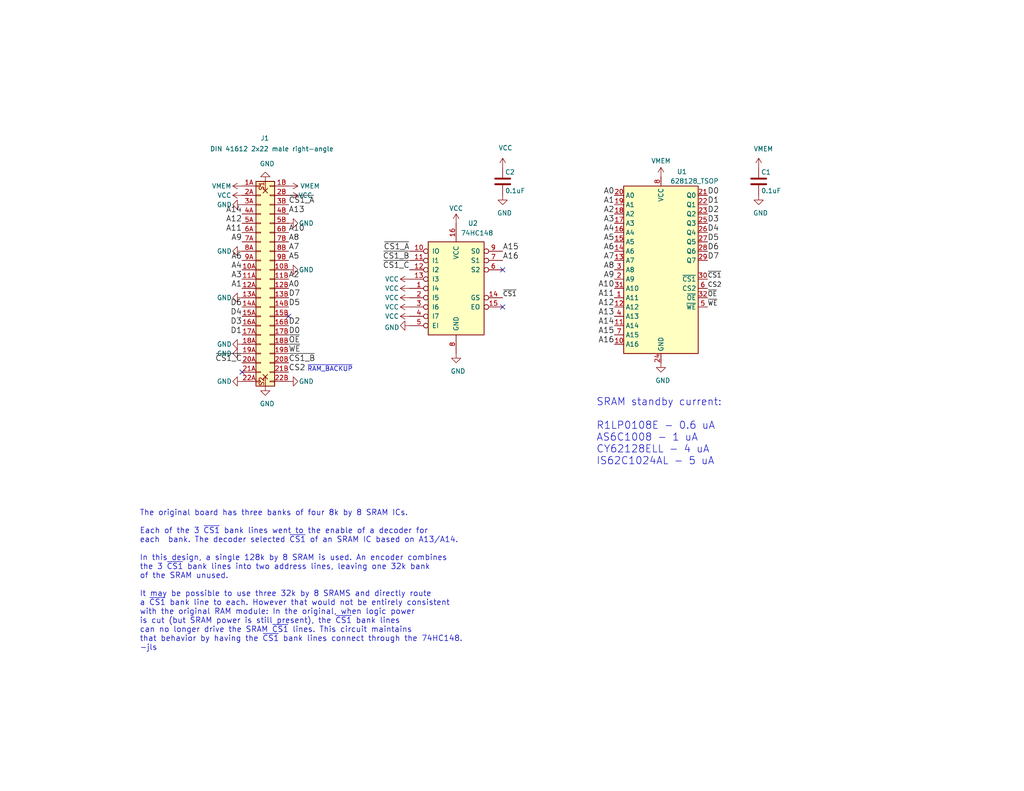
<source format=kicad_sch>
(kicad_sch (version 20211123) (generator eeschema)
  (paper "USLetter")
  (title_block (title "TANDY Model 600 96K SRAM Module") (date "2022-09-08") (rev "007") (company "Brian K. White - b.kenyon.w@gmail.com") (comment 1 "LICENSE: CC-BY-SA 4.0") (comment 2 "Originally based on Model600Sram_v1.1 by Jayeson Lee-Steer"))
  (lib_symbols
    (symbol "000_LOCAL:628128_TSOP"
      (property "Reference" "U" (at -10.16 23.495 0))
      (property "Value" "628128_TSOP" (at 2.54 23.495 0))
      (symbol "628128_TSOP_0_0"
        (pin power_in line (at 0 -25.4 90) (length 2.54) (name "GND") (number "24"))
        (pin power_in line (at 0 25.4 270) (length 2.54) (name "VCC") (number "8"))
      )
      (symbol "628128_TSOP_0_1"
        (rectangle (start -10.16 22.86) (end 10.16 -22.86) (stroke (width 0.254)) (fill (type background)))
      )
      (symbol "628128_TSOP_1_1"
        (pin input line (at -12.7 -7.62 0) (length 2.54) (name "A11") (number "1"))
        (pin input line (at -12.7 -20.32 0) (length 2.54) (name "A16") (number "10"))
        (pin input line (at -12.7 -15.24 0) (length 2.54) (name "A14") (number "11"))
        (pin input line (at -12.7 -10.16 0) (length 2.54) (name "A12") (number "12"))
        (pin input line (at -12.7 2.54 0) (length 2.54) (name "A7") (number "13"))
        (pin input line (at -12.7 5.08 0) (length 2.54) (name "A6") (number "14"))
        (pin input line (at -12.7 7.62 0) (length 2.54) (name "A5") (number "15"))
        (pin input line (at -12.7 10.16 0) (length 2.54) (name "A4") (number "16"))
        (pin input line (at -12.7 12.7 0) (length 2.54) (name "A3") (number "17"))
        (pin input line (at -12.7 15.24 0) (length 2.54) (name "A2") (number "18"))
        (pin input line (at -12.7 17.78 0) (length 2.54) (name "A1") (number "19"))
        (pin input line (at -12.7 -2.54 0) (length 2.54) (name "A9") (number "2"))
        (pin input line (at -12.7 20.32 0) (length 2.54) (name "A0") (number "20"))
        (pin tri_state line (at 12.7 20.32 180) (length 2.54) (name "Q0") (number "21"))
        (pin tri_state line (at 12.7 17.78 180) (length 2.54) (name "Q1") (number "22"))
        (pin tri_state line (at 12.7 15.24 180) (length 2.54) (name "Q2") (number "23"))
        (pin tri_state line (at 12.7 12.7 180) (length 2.54) (name "Q3") (number "25"))
        (pin tri_state line (at 12.7 10.16 180) (length 2.54) (name "Q4") (number "26"))
        (pin tri_state line (at 12.7 7.62 180) (length 2.54) (name "Q5") (number "27"))
        (pin tri_state line (at 12.7 5.08 180) (length 2.54) (name "Q6") (number "28"))
        (pin tri_state line (at 12.7 2.54 180) (length 2.54) (name "Q7") (number "29"))
        (pin input line (at -12.7 0 0) (length 2.54) (name "A8") (number "3"))
        (pin input line (at 12.7 -2.54 180) (length 2.54) (name "~{CS1}") (number "30"))
        (pin input line (at -12.7 -5.08 0) (length 2.54) (name "A10") (number "31"))
        (pin input line (at 12.7 -7.62 180) (length 2.54) (name "~{OE}") (number "32"))
        (pin input line (at -12.7 -12.7 0) (length 2.54) (name "A13") (number "4"))
        (pin input line (at 12.7 -10.16 180) (length 2.54) (name "~{WE}") (number "5"))
        (pin input line (at 12.7 -5.08 180) (length 2.54) (name "CS2") (number "6"))
        (pin input line (at -12.7 -17.78 0) (length 2.54) (name "A15") (number "7"))
        (pin no_connect line (at 10.16 -20.32 180) (length 2.54) hide (name "NC") (number "9"))
      )
    )
    (symbol "000_LOCAL:74HC148" (pin_names (offset 1.016))
      (property "Reference" "U" (at -7.62 13.97 0))
      (property "Value" "74HC148" (at -7.62 -13.97 0))
      (symbol "74HC148_1_0"
        (pin input inverted (at -12.7 0 0) (length 5.08) (name "I4") (number "1"))
        (pin input inverted (at -12.7 10.16 0) (length 5.08) (name "IO") (number "10"))
        (pin input inverted (at -12.7 7.62 0) (length 5.08) (name "I1") (number "11"))
        (pin input inverted (at -12.7 5.08 0) (length 5.08) (name "I2") (number "12"))
        (pin input inverted (at -12.7 2.54 0) (length 5.08) (name "I3") (number "13"))
        (pin output inverted (at 12.7 -2.54 180) (length 5.08) (name "GS") (number "14"))
        (pin output inverted (at 12.7 -5.08 180) (length 5.08) (name "EO") (number "15"))
        (pin power_in line (at 0 17.78 270) (length 5.08) (name "VCC") (number "16"))
        (pin input inverted (at -12.7 -2.54 0) (length 5.08) (name "I5") (number "2"))
        (pin input inverted (at -12.7 -5.08 0) (length 5.08) (name "I6") (number "3"))
        (pin input inverted (at -12.7 -7.62 0) (length 5.08) (name "I7") (number "4"))
        (pin input inverted (at -12.7 -10.16 0) (length 5.08) (name "EI") (number "5"))
        (pin output inverted (at 12.7 5.08 180) (length 5.08) (name "S2") (number "6"))
        (pin output inverted (at 12.7 7.62 180) (length 5.08) (name "S1") (number "7"))
        (pin power_in line (at 0 -17.78 90) (length 5.08) (name "GND") (number "8"))
        (pin output inverted (at 12.7 10.16 180) (length 5.08) (name "S0") (number "9"))
      )
      (symbol "74HC148_1_1"
        (rectangle (start -7.62 12.7) (end 7.62 -12.7) (stroke (width 0.254)) (fill (type background)))
      )
    )
    (symbol "000_LOCAL:C" (pin_numbers hide) (pin_names (offset 0.254))
      (property "Reference" "C" (at 0.635 2.54 0))
      (property "Value" "C" (at 0.635 -2.54 0))
      (symbol "C_0_1"
        (polyline (pts (xy -2.032 -0.762) (xy 2.032 -0.762)) (stroke (width 0.508)))
        (polyline (pts (xy -2.032 0.762) (xy 2.032 0.762)) (stroke (width 0.508)))
      )
      (symbol "C_1_1"
        (pin passive line (at 0 3.81 270) (length 2.794) (name "~") (number "1"))
        (pin passive line (at 0 -3.81 90) (length 2.794) (name "~") (number "2"))
      )
    )
    (symbol "000_LOCAL:DIN 41612 2x22 male right-angle" (pin_names (offset 1.016) hide)
      (property "Reference" "J" (at -2.7432 28.9052 0))
      (property "Value" "DIN 41612 2x22 male right-angle" (at 18.8468 28.8036 0))
      (symbol "DIN 41612 2x22 male right-angle_1_1"
        (rectangle (start -1.27 -27.813) (end 0 -28.067) (stroke (width 0.1524)))
        (rectangle (start -1.27 -25.273) (end 0 -25.527) (stroke (width 0.1524)))
        (rectangle (start -1.27 -22.733) (end 0 -22.987) (stroke (width 0.1524)))
        (rectangle (start -1.27 -20.193) (end 0 -20.447) (stroke (width 0.1524)))
        (rectangle (start -1.27 -17.653) (end 0 -17.907) (stroke (width 0.1524)))
        (rectangle (start -1.27 -15.113) (end 0 -15.367) (stroke (width 0.1524)))
        (rectangle (start -1.27 -12.573) (end 0 -12.827) (stroke (width 0.1524)))
        (rectangle (start -1.27 -10.033) (end 0 -10.287) (stroke (width 0.1524)))
        (rectangle (start -1.27 -7.493) (end 0 -7.747) (stroke (width 0.1524)))
        (rectangle (start -1.27 -4.953) (end 0 -5.207) (stroke (width 0.1524)))
        (rectangle (start -1.27 -2.413) (end 0 -2.667) (stroke (width 0.1524)))
        (rectangle (start -1.27 0.127) (end 0 -0.127) (stroke (width 0.1524)))
        (rectangle (start -1.27 2.667) (end 0 2.413) (stroke (width 0.1524)))
        (rectangle (start -1.27 5.207) (end 0 4.953) (stroke (width 0.1524)))
        (rectangle (start -1.27 7.747) (end 0 7.493) (stroke (width 0.1524)))
        (rectangle (start -1.27 10.287) (end 0 10.033) (stroke (width 0.1524)))
        (rectangle (start -1.27 12.827) (end 0 12.573) (stroke (width 0.1524)))
        (rectangle (start -1.27 15.367) (end 0 15.113) (stroke (width 0.1524)))
        (rectangle (start -1.27 17.907) (end 0 17.653) (stroke (width 0.1524)))
        (rectangle (start -1.27 20.447) (end 0 20.193) (stroke (width 0.1524)))
        (rectangle (start -1.27 22.987) (end 0 22.733) (stroke (width 0.1524)))
        (rectangle (start -1.27 25.527) (end 0 25.273) (stroke (width 0.1524)))
        (rectangle (start -1.27 26.67) (end 3.81 -29.21) (stroke (width 0.254)) (fill (type background)))
        (rectangle (start 3.81 -27.813) (end 2.54 -28.067) (stroke (width 0.1524)))
        (rectangle (start 3.81 -25.273) (end 2.54 -25.527) (stroke (width 0.1524)))
        (rectangle (start 3.81 -22.733) (end 2.54 -22.987) (stroke (width 0.1524)))
        (rectangle (start 3.81 -20.193) (end 2.54 -20.447) (stroke (width 0.1524)))
        (rectangle (start 3.81 -17.653) (end 2.54 -17.907) (stroke (width 0.1524)))
        (rectangle (start 3.81 -15.113) (end 2.54 -15.367) (stroke (width 0.1524)))
        (rectangle (start 3.81 -12.573) (end 2.54 -12.827) (stroke (width 0.1524)))
        (rectangle (start 3.81 -10.033) (end 2.54 -10.287) (stroke (width 0.1524)))
        (rectangle (start 3.81 -7.493) (end 2.54 -7.747) (stroke (width 0.1524)))
        (rectangle (start 3.81 -4.953) (end 2.54 -5.207) (stroke (width 0.1524)))
        (rectangle (start 3.81 -2.413) (end 2.54 -2.667) (stroke (width 0.1524)))
        (rectangle (start 3.81 0.127) (end 2.54 -0.127) (stroke (width 0.1524)))
        (rectangle (start 3.81 2.667) (end 2.54 2.413) (stroke (width 0.1524)))
        (rectangle (start 3.81 5.207) (end 2.54 4.953) (stroke (width 0.1524)))
        (rectangle (start 3.81 7.747) (end 2.54 7.493) (stroke (width 0.1524)))
        (rectangle (start 3.81 10.287) (end 2.54 10.033) (stroke (width 0.1524)))
        (rectangle (start 3.81 12.827) (end 2.54 12.573) (stroke (width 0.1524)))
        (rectangle (start 3.81 15.367) (end 2.54 15.113) (stroke (width 0.1524)))
        (rectangle (start 3.81 17.907) (end 2.54 17.653) (stroke (width 0.1524)))
        (rectangle (start 3.81 20.447) (end 2.54 20.193) (stroke (width 0.1524)))
        (rectangle (start 3.81 22.987) (end 2.54 22.733) (stroke (width 0.1524)))
        (rectangle (start 3.81 25.527) (end 2.54 25.273) (stroke (width 0.1524)))
        (pin passive line (at -5.08 2.54 0) (length 3.81) (name "10A") (number "10A"))
        (pin passive line (at 7.62 2.54 180) (length 3.81) (name "10B") (number "10B"))
        (pin passive line (at -5.08 0 0) (length 3.81) (name "11A") (number "11A"))
        (pin passive line (at 7.62 0 180) (length 3.81) (name "11B") (number "11B"))
        (pin passive line (at -5.08 -2.54 0) (length 3.81) (name "12A") (number "12A"))
        (pin passive line (at 7.62 -2.54 180) (length 3.81) (name "12B") (number "12B"))
        (pin passive line (at -5.08 -5.08 0) (length 3.81) (name "13A") (number "13A"))
        (pin passive line (at 7.62 -5.08 180) (length 3.81) (name "13B") (number "13B"))
        (pin passive line (at -5.08 -7.62 0) (length 3.81) (name "14A") (number "14A"))
        (pin passive line (at 7.62 -7.62 180) (length 3.81) (name "14B") (number "14B"))
        (pin passive line (at -5.08 -10.16 0) (length 3.81) (name "15A") (number "15A"))
        (pin passive line (at 7.62 -10.16 180) (length 3.81) (name "15B") (number "15B"))
        (pin passive line (at -5.08 -12.7 0) (length 3.81) (name "16A") (number "16A"))
        (pin passive line (at 7.62 -12.7 180) (length 3.81) (name "16B") (number "16B"))
        (pin passive line (at -5.08 -15.24 0) (length 3.81) (name "17A") (number "17A"))
        (pin passive line (at 7.62 -15.24 180) (length 3.81) (name "17B") (number "17B"))
        (pin passive line (at -5.08 -17.78 0) (length 3.81) (name "18A") (number "18A"))
        (pin passive line (at 7.62 -17.78 180) (length 3.81) (name "18B") (number "18B"))
        (pin passive line (at -5.08 -20.32 0) (length 3.81) (name "19A") (number "19A"))
        (pin passive line (at 7.62 -20.32 180) (length 3.81) (name "19B") (number "19B"))
        (pin passive line (at -5.08 25.4 0) (length 3.81) (name "1A") (number "1A"))
        (pin passive line (at 7.62 25.4 180) (length 3.81) (name "1B") (number "1B"))
        (pin passive line (at -5.08 -22.86 0) (length 3.81) (name "20A") (number "20A"))
        (pin passive line (at 7.62 -22.86 180) (length 3.81) (name "20B") (number "20B"))
        (pin passive line (at -5.08 -25.4 0) (length 3.81) (name "21A") (number "21A"))
        (pin passive line (at 7.62 -25.4 180) (length 3.81) (name "21B") (number "21B"))
        (pin passive line (at -5.08 -27.94 0) (length 3.81) (name "22A") (number "22A"))
        (pin passive line (at 7.62 -27.94 180) (length 3.81) (name "22B") (number "22B"))
        (pin passive line (at -5.08 22.86 0) (length 3.81) (name "2A") (number "2A"))
        (pin passive line (at 7.62 22.86 180) (length 3.81) (name "2B") (number "2B"))
        (pin passive line (at -5.08 20.32 0) (length 3.81) (name "3A") (number "3A"))
        (pin passive line (at 7.62 20.32 180) (length 3.81) (name "3B") (number "3B"))
        (pin passive line (at -5.08 17.78 0) (length 3.81) (name "4A") (number "4A"))
        (pin passive line (at 7.62 17.78 180) (length 3.81) (name "4B") (number "4B"))
        (pin passive line (at -5.08 15.24 0) (length 3.81) (name "5A") (number "5A"))
        (pin passive line (at 7.62 15.24 180) (length 3.81) (name "5B") (number "5B"))
        (pin passive line (at -5.08 12.7 0) (length 3.81) (name "6A") (number "6A"))
        (pin passive line (at 7.62 12.7 180) (length 3.81) (name "6B") (number "6B"))
        (pin passive line (at -5.08 10.16 0) (length 3.81) (name "7A") (number "7A"))
        (pin passive line (at 7.62 10.16 180) (length 3.81) (name "7B") (number "7B"))
        (pin passive line (at -5.08 7.62 0) (length 3.81) (name "8A") (number "8A"))
        (pin passive line (at 7.62 7.62 180) (length 3.81) (name "8B") (number "8B"))
        (pin passive line (at -5.08 5.08 0) (length 3.81) (name "9A") (number "9A"))
        (pin passive line (at 7.62 5.08 180) (length 3.81) (name "9B") (number "9B"))
        (pin passive non_logic (at 1.27 26.67 270) (length 2.54) (name "mount") (number "S1"))
        (pin passive non_logic (at 1.27 -29.21 90) (length 2.54) (name "mount") (number "S2"))
      )
    )
    (symbol "000_LOCAL:GND" (power) (pin_names (offset 0))
      (property "Value" "GND" (at 0 -3.81 0))
      (symbol "GND_0_1"
        (polyline (pts (xy 0 0) (xy 0 -1.27) (xy 1.27 -1.27) (xy 0 -2.54) (xy -1.27 -1.27) (xy 0 -1.27)))
      )
      (symbol "GND_1_1"
        (pin power_in line (at 0 0 270) (length 0) hide (name "GND") (number "1"))
      )
    )
    (symbol "000_LOCAL:VCC" (power) (pin_names (offset 0))
      (property "Value" "VCC" (at 0 3.81 0))
      (symbol "VCC_0_1"
        (polyline (pts (xy -0.762 1.27) (xy 0 2.54)))
        (polyline (pts (xy 0 0) (xy 0 2.54)))
        (polyline (pts (xy 0 2.54) (xy 0.762 1.27)))
      )
      (symbol "VCC_1_1"
        (pin power_in line (at 0 0 90) (length 0) hide (name "VCC") (number "1"))
      )
    )
    (symbol "000_LOCAL:VMEM" (power) (pin_names (offset 0))
      (property "Value" "VMEM" (at 0 3.81 0))
      (symbol "VMEM_0_1"
        (polyline (pts (xy -0.762 1.27) (xy 0 2.54)))
        (polyline (pts (xy 0 0) (xy 0 2.54)))
        (polyline (pts (xy 0 2.54) (xy 0.762 1.27)))
      )
      (symbol "VMEM_1_1"
        (pin power_in line (at 0 0 90) (length 0) hide (name "VMEM") (number "1"))
      )
    )
  )
  (no_connect (at 66.04 101.6))
  (no_connect (at 78.74 86.36))
  (no_connect (at 137.16 83.82))
  (no_connect (at 137.16 73.66))
  (text "~{RAM_BACKUP}" (at 83.82 101.6 0) (effects (font (size 1.27 1.27)) (justify left bottom)))
  (text "SRAM standby current:\n\nR1LP0108E - 0.6 uA\nAS6C1008 - 1 uA\nCY62128ELL - 4 uA\nIS62C1024AL - 5 uA\n" (at 162.687 127.127 0) (effects (font (size 2 2)) (justify left bottom)))
  (text "The original board has three banks of four 8k by 8 SRAM ICs. \n\nEach of the 3 ~{CS1} bank lines went to the enable of a decoder for \neach  bank. The decoder selected ~{CS1} of an SRAM IC based on A13/A14.\n\nIn this design, a single 128k by 8 SRAM is used. An encoder combines \nthe 3 ~{CS1} bank lines into two address lines, leaving one 32k bank \nof the SRAM unused. \n\nIt may be possible to use three 32k by 8 SRAMS and directly route\na ~{CS1} bank line to each. However that would not be entirely consistent \nwith the original RAM module: In the original, when logic power \nis cut (but SRAM power is still present), the ~{CS1} bank lines \ncan no longer drive the SRAM ~{CS1} lines. This circuit maintains\nthat behavior by having the ~{CS1} bank lines connect through the 74HC148.\n-jls" (at 38.1 177.8 0) (effects (font (size 1.524 1.524)) (justify left bottom)))
  (label "A16" (at 137.16 71.12 0) (effects (font (size 1.524 1.524))))
  (label "D2" (at 78.74 88.9 0) (effects (font (size 1.524 1.524))))
  (label "~{CS1_C}" (at 66.04 99.06 180) (effects (font (size 1.524 1.524))))
  (label "A13" (at 78.74 58.42 0) (effects (font (size 1.524 1.524))))
  (label "A12" (at 66.04 60.96 180) (effects (font (size 1.524 1.524))))
  (label "D6" (at 66.04 83.82 180) (effects (font (size 1.524 1.524))))
  (label "A13" (at 167.64 86.36 180) (effects (font (size 1.524 1.524))))
  (label "A7" (at 167.64 71.12 180) (effects (font (size 1.524 1.524))))
  (label "A1" (at 167.64 55.88 180) (effects (font (size 1.524 1.524))))
  (label "~{WE}" (at 193.04 83.82 0))
  (label "A4" (at 66.04 73.66 180) (effects (font (size 1.524 1.524))))
  (label "A3" (at 66.04 76.2 180) (effects (font (size 1.524 1.524))))
  (label "A4" (at 167.64 63.5 180) (effects (font (size 1.524 1.524))))
  (label "A12" (at 167.64 83.82 180) (effects (font (size 1.524 1.524))))
  (label "A9" (at 167.64 76.2 180) (effects (font (size 1.524 1.524))))
  (label "D0" (at 193.04 53.34 0) (effects (font (size 1.524 1.524))))
  (label "D0" (at 78.74 91.44 0) (effects (font (size 1.524 1.524))))
  (label "D7" (at 78.74 81.28 0) (effects (font (size 1.524 1.524))))
  (label "CS2" (at 78.74 101.6 0) (effects (font (size 1.524 1.524))))
  (label "A2" (at 78.74 76.2 0) (effects (font (size 1.524 1.524))))
  (label "D5" (at 193.04 66.04 0) (effects (font (size 1.524 1.524))))
  (label "A5" (at 167.64 66.04 180) (effects (font (size 1.524 1.524))))
  (label "A1" (at 66.04 78.74 180) (effects (font (size 1.524 1.524))))
  (label "~{CS1_B}" (at 111.76 71.12 180) (effects (font (size 1.524 1.524))))
  (label "~{CS1_A}" (at 78.74 55.88 0) (effects (font (size 1.524 1.524))))
  (label "CS2" (at 193.04 78.74 0))
  (label "~{CS1}" (at 137.16 81.28 0))
  (label "D4" (at 66.04 86.36 180) (effects (font (size 1.524 1.524))))
  (label "A11" (at 167.64 81.28 180) (effects (font (size 1.524 1.524))))
  (label "A16" (at 167.64 93.98 180) (effects (font (size 1.524 1.524))))
  (label "D1" (at 66.04 91.44 180) (effects (font (size 1.524 1.524))))
  (label "A10" (at 167.64 78.74 180) (effects (font (size 1.524 1.524))))
  (label "A3" (at 167.64 60.96 180) (effects (font (size 1.524 1.524))))
  (label "~{CS1_B}" (at 78.74 99.06 0) (effects (font (size 1.524 1.524))))
  (label "D5" (at 78.74 83.82 0) (effects (font (size 1.524 1.524))))
  (label "A6" (at 66.04 71.12 180) (effects (font (size 1.524 1.524))))
  (label "A5" (at 78.74 71.12 0) (effects (font (size 1.524 1.524))))
  (label "~{OE}" (at 78.74 93.98 0) (effects (font (size 1.524 1.524))))
  (label "A0" (at 78.74 78.74 0) (effects (font (size 1.524 1.524))))
  (label "A8" (at 78.74 66.04 0) (effects (font (size 1.524 1.524))))
  (label "D1" (at 193.04 55.88 0) (effects (font (size 1.524 1.524))))
  (label "D3" (at 66.04 88.9 180) (effects (font (size 1.524 1.524))))
  (label "A14" (at 167.64 88.9 180) (effects (font (size 1.524 1.524))))
  (label "A10" (at 78.74 63.5 0) (effects (font (size 1.524 1.524))))
  (label "A11" (at 66.04 63.5 180) (effects (font (size 1.524 1.524))))
  (label "A2" (at 167.64 58.42 180) (effects (font (size 1.524 1.524))))
  (label "D7" (at 193.04 71.12 0) (effects (font (size 1.524 1.524))))
  (label "A14" (at 66.04 58.42 180) (effects (font (size 1.524 1.524))))
  (label "~{CS1_A}" (at 111.76 68.58 180) (effects (font (size 1.524 1.524))))
  (label "A8" (at 167.64 73.66 180) (effects (font (size 1.524 1.524))))
  (label "D2" (at 193.04 58.42 0) (effects (font (size 1.524 1.524))))
  (label "D3" (at 193.04 60.96 0) (effects (font (size 1.524 1.524))))
  (label "A7" (at 78.74 68.58 0) (effects (font (size 1.524 1.524))))
  (label "~{CS1_C}" (at 111.76 73.66 180) (effects (font (size 1.524 1.524))))
  (label "A15" (at 167.64 91.44 180) (effects (font (size 1.524 1.524))))
  (label "A15" (at 137.16 68.58 0) (effects (font (size 1.524 1.524))))
  (label "A0" (at 167.64 53.34 180) (effects (font (size 1.524 1.524))))
  (label "A9" (at 66.04 66.04 180) (effects (font (size 1.524 1.524))))
  (label "~{OE}" (at 193.04 81.28 0))
  (label "A6" (at 167.64 68.58 180) (effects (font (size 1.524 1.524))))
  (label "~{CS1}" (at 193.04 76.2 0))
  (label "D4" (at 193.04 63.5 0) (effects (font (size 1.524 1.524))))
  (label "D6" (at 193.04 68.58 0) (effects (font (size 1.524 1.524))))
  (label "~{WE}" (at 78.74 96.52 0) (effects (font (size 1.524 1.524))))
  (symbol (lib_id "000_LOCAL:C") (at 207.01 49.53 0) (unit 1)
    (property "Reference" "C1" (at 207.645 46.99 0) (effects (justify left)))
    (property "Value" "0.1uF" (at 207.645 52.07 0) (effects (justify left)))
    (property "Footprint" "000_LOCAL:C_0805" (effects hide))
  )
  (symbol (lib_id "000_LOCAL:C") (at 137.16 49.53 0) (unit 1)
    (property "Reference" "C2" (at 137.795 46.99 0) (effects (justify left)))
    (property "Value" "0.1uF" (at 137.795 52.07 0) (effects (justify left)))
    (property "Footprint" "000_LOCAL:C_0805" (effects hide))
  )
  (symbol (lib_id "000_LOCAL:DIN 41612 2x22 male right-angle") (at 71.12 76.2 0) (unit 1)
    (property "Reference" "J1" (at 72.263 37.719 0))
    (property "Value" "DIN 41612 2x22 male right-angle" (at 74.168 40.64 0))
    (property "Footprint" "000_LOCAL:DIN 41612 2x22 male right-angle" (effects hide))
  )
  (symbol (lib_id "000_LOCAL:VCC") (at 137.16 45.72 0) (unit 1)
    (property "Reference" "#PWR0104" (effects hide))
    (property "Value" "VCC" (at 137.922 40.386 0))
  )
  (symbol (lib_id "000_LOCAL:VMEM") (at 66.04 50.8 90) (unit 1)
    (property "Reference" "#PWR0101" (effects hide))
    (property "Value" "VMEM" (at 60.452 50.8 90))
  )
  (symbol (lib_id "000_LOCAL:VMEM") (at 78.74 50.8 270) (unit 1)
    (property "Reference" "#PWR0102" (effects hide))
    (property "Value" "VMEM" (at 84.582 50.8 90))
  )
  (symbol (lib_id "000_LOCAL:VCC") (at 66.04 53.34 90) (unit 1)
    (property "Reference" "#PWR0103" (effects hide))
    (property "Value" "VCC" (at 61.214 53.34 90))
  )
  (symbol (lib_id "000_LOCAL:VCC") (at 78.74 53.34 270) (unit 1)
    (property "Reference" "#PWR0108" (effects hide))
    (property "Value" "VCC" (at 83.312 53.34 90))
  )
  (symbol (lib_id "000_LOCAL:GND") (at 137.16 53.34 0) (unit 1)
    (property "Reference" "#PWR0105" (effects hide))
    (property "Value" "GND" (at 137.668 58.166 0))
  )
  (symbol (lib_id "000_LOCAL:GND") (at 207.01 53.34 0) (unit 1)
    (property "Reference" "#PWR0106" (effects hide))
    (property "Value" "GND" (at 207.518 58.166 0))
  )
  (symbol (lib_id "000_LOCAL:VMEM") (at 207.01 45.72 0) (unit 1)
    (property "Reference" "#PWR0107" (effects hide))
    (property "Value" "VMEM" (at 208.28 40.64 0))
  )
  (symbol (lib_id "000_LOCAL:GND") (at 78.74 60.96 90) (unit 1)
    (property "Reference" "#PWR0109" (effects hide))
    (property "Value" "GND" (at 83.566 60.96 90))
  )
  (symbol (lib_id "000_LOCAL:GND") (at 78.74 73.66 90) (unit 1)
    (property "Reference" "#PWR0110" (effects hide))
    (property "Value" "GND" (at 83.566 73.66 90))
  )
  (symbol (lib_id "000_LOCAL:VCC") (at 111.76 86.36 90) (unit 1)
    (property "Reference" "#PWR0113" (effects hide))
    (property "Value" "VCC" (at 106.934 86.36 90))
  )
  (symbol (lib_id "000_LOCAL:GND") (at 111.76 88.9 270) (unit 1)
    (property "Reference" "#PWR0114" (effects hide))
    (property "Value" "GND" (at 106.934 89.408 90))
  )
  (symbol (lib_id "000_LOCAL:VMEM") (at 180.34 48.26 0) (unit 1)
    (property "Reference" "#PWR0115" (effects hide))
    (property "Value" "VMEM" (at 180.34 43.942 0))
  )
  (symbol (lib_id "000_LOCAL:GND") (at 78.74 104.14 90) (unit 1)
    (property "Reference" "#PWR0111" (effects hide))
    (property "Value" "GND" (at 83.566 104.14 90))
  )
  (symbol (lib_id "000_LOCAL:GND") (at 66.04 55.88 270) (unit 1)
    (property "Reference" "#PWR0112" (effects hide))
    (property "Value" "GND" (at 61.214 55.88 90))
  )
  (symbol (lib_id "000_LOCAL:GND") (at 66.04 68.58 270) (unit 1)
    (property "Reference" "#PWR0116" (effects hide))
    (property "Value" "GND" (at 61.214 68.58 90))
  )
  (symbol (lib_id "000_LOCAL:GND") (at 66.04 81.28 270) (unit 1)
    (property "Reference" "#PWR0117" (effects hide))
    (property "Value" "GND" (at 61.214 81.28 90))
  )
  (symbol (lib_id "000_LOCAL:GND") (at 66.04 93.98 270) (unit 1)
    (property "Reference" "#PWR0118" (effects hide))
    (property "Value" "GND" (at 61.214 93.98 90))
  )
  (symbol (lib_id "000_LOCAL:GND") (at 66.04 96.52 270) (unit 1)
    (property "Reference" "#PWR0119" (effects hide))
    (property "Value" "GND" (at 61.214 96.52 90))
  )
  (symbol (lib_id "000_LOCAL:GND") (at 66.04 104.14 270) (unit 1)
    (property "Reference" "#PWR0120" (effects hide))
    (property "Value" "GND" (at 61.214 104.14 90))
  )
  (symbol (lib_id "000_LOCAL:VCC") (at 111.76 76.2 90) (unit 1)
    (property "Reference" "#PWR0121" (effects hide))
    (property "Value" "VCC" (at 106.934 76.2 90))
  )
  (symbol (lib_id "000_LOCAL:VCC") (at 111.76 78.74 90) (unit 1)
    (property "Reference" "#PWR0122" (effects hide))
    (property "Value" "VCC" (at 106.934 78.74 90))
  )
  (symbol (lib_id "000_LOCAL:VCC") (at 111.76 81.28 90) (unit 1)
    (property "Reference" "#PWR0123" (effects hide))
    (property "Value" "VCC" (at 106.934 81.28 90))
  )
  (symbol (lib_id "000_LOCAL:VCC") (at 111.76 83.82 90) (unit 1)
    (property "Reference" "#PWR0124" (effects hide))
    (property "Value" "VCC" (at 106.934 83.82 90))
  )
  (symbol (lib_id "000_LOCAL:74HC148") (at 124.46 78.74 0) (unit 1)
    (property "Reference" "U2" (at 129.032 60.96 0))
    (property "Value" "74HC148" (at 130.175 63.627 0))
    (property "Footprint" "000_LOCAL:SOIC-SOP-16" (effects hide))
  )
  (symbol (lib_id "000_LOCAL:VCC") (at 124.46 60.96 0) (unit 1)
    (property "Reference" "#PWR0125" (effects hide))
    (property "Value" "VCC" (at 124.46 56.896 0))
  )
  (symbol (lib_id "000_LOCAL:628128_TSOP") (at 180.34 73.66 0) (unit 1)
    (property "Reference" "U1" (at 186.055 46.863 0))
    (property "Value" "628128_TSOP" (at 182.88 50.165 0) (effects (justify left bottom)))
    (property "Footprint" "000_LOCAL:TSOP32-dual" (effects hide))
    (property "Datasheet" "http://www.futurlec.com/Datasheet/Memory/628128.pdf" (effects hide))
  )
  (symbol (lib_id "000_LOCAL:GND") (at 72.39 105.41 0) (unit 1)
    (property "Reference" "#PWR0126" (effects hide))
    (property "Value" "GND" (at 72.898 110.236 0))
  )
  (symbol (lib_id "000_LOCAL:GND") (at 72.39 49.53 0) (mirror x) (unit 1)
    (property "Reference" "#PWR0127" (effects hide))
    (property "Value" "GND" (at 72.898 44.704 0))
  )
  (symbol (lib_id "000_LOCAL:GND") (at 180.34 99.06 0) (unit 1)
    (property "Reference" "#PWR?" (effects hide))
    (property "Value" "GND" (at 180.848 103.886 0))
  )
  (symbol (lib_id "000_LOCAL:GND") (at 124.46 96.52 0) (unit 1)
    (property "Reference" "#PWR?" (effects hide))
    (property "Value" "GND" (at 124.968 101.346 0))
  )
)
</source>
